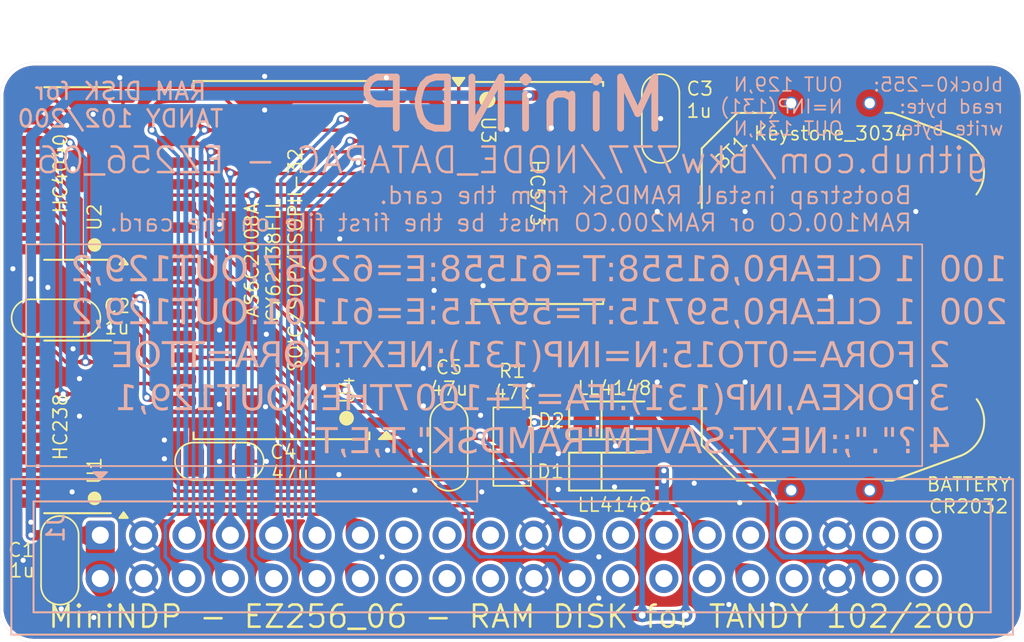
<source format=kicad_pcb>
(kicad_pcb (version 20241229) (generator "pcbnew") (generator_version "9.0")
  (title_block (title "MiniNDP") (date "2025-11-20") (rev "EZ256_06") (company "Brian K. White - b.kenyon.w@gmail.com") (comment 1 "github.com/bkw777/NODE_DATAPAC"))
  (layers (0 "F.Cu" signal) (2 "B.Cu" signal) (13 "F.Paste" user) (15 "B.Paste" user) (5 "F.SilkS" user "F.Silkscreen") (7 "B.SilkS" user "B.Silkscreen") (1 "F.Mask" user) (3 "B.Mask" user) (25 "Edge.Cuts" user))
  (net 0 "")
  (net 1 "GND")
  (net 2 "VMEM")
  (net 3 "VBUS")
  (net 4 "/AD0")
  (net 5 "/AD1")
  (net 6 "/AD2")
  (net 7 "/AD3")
  (net 8 "/AD4")
  (net 9 "/AD5")
  (net 10 "/AD6")
  (net 11 "/AD7")
  (net 12 "/A8")
  (net 13 "/A9")
  (net 14 "/~{RD}")
  (net 15 "/RAMRST")
  (net 16 "/~{Y0}")
  (net 17 "/(A)")
  (net 25 "/BYTE")
  (net 27 "/BUS_A10")
  (net 30 "/A5")
  (net 31 "/A6")
  (net 33 "/BLOCK")
  (net 34 "/A7")
  (net 35 "+BATT")
  (net 36 "/BUS_A8")
  (net 37 "/BUS_A9")
  (net 38 "/A0")
  (net 39 "/A1")
  (net 40 "/A2")
  (net 41 "/A3")
  (net 42 "/A4")
  (net 54 "/~{WR}")
  (net 56 "/A15")
  (net 57 "/A12")
  (net 58 "/A13")
  (net 59 "/A14")
  (net 60 "/A16")
  (net 61 "/A17")
  (net 62 "/A10")
  (net 63 "/A11")
  (footprint "000_LOCAL:pth_nail" (layer "F.Cu") (at 172.9 88.425)
    (property "Reference" "REF**" (hide yes))
    (property "Value" "pth_nail" (hide yes))
  )
  (footprint "000_LOCAL:C_1206" (layer "F.Cu") (at 125.45 115.230001 -90)
    (property "Reference" "C1")
    (property "Value" "1u")
  )
  (footprint "000_LOCAL:MiniNDP_Cover" (layer "F.Cu") (at 151.95 103.025)
    (property "Reference" "N1")
    (property "Value" "MiniNDP_Cover")
  )
  (footprint "000_LOCAL:Fiducial_0.75_1.5" (layer "F.Cu") (at 179.95 118.025)
    (property "Reference" "F2" (hide yes))
    (property "Value" "Fiducial_0.75_1.5" (hide yes))
  )
  (footprint "000_LOCAL:D_MiniMELF" (layer "F.Cu") (at 157.95 110.025)
    (property "Reference" "D1")
    (property "Value" "LL4148")
  )
  (footprint "000_LOCAL:TSOP-II-SOP-32_dual" (layer "F.Cu") (at 138.4372 97.626 180)
    (property "Reference" "U4")
    (property "Value" "AS6C2008A")
  )
  (footprint "000_LOCAL:C_1206" (layer "F.Cu") (at 148.25 108.549999 90)
    (property "Reference" "C5")
    (property "Value" "47u")
  )
  (footprint "000_LOCAL:Fiducial_0.75_1.5" (layer "F.Cu") (at 179.95 88.025 90)
    (property "Reference" "F2" (hide yes))
    (property "Value" "Fiducial_0.75_1.5" (hide yes))
  )
  (footprint "000_LOCAL:pth_nail" (layer "F.Cu") (at 172.9 111.125)
    (property "Reference" "REF**" (hide yes))
    (property "Value" "pth_nail" (hide yes))
  )
  (footprint "000_LOCAL:pth_nail" (layer "F.Cu") (at 168.3 88.425)
    (property "Reference" "REF**" (hide yes))
    (property "Value" "pth_nail" (hide yes))
  )
  (footprint "000_LOCAL:SOIC-20W_7.5x12.8mm_P1.27mm" (layer "F.Cu") (at 153.4222 93.688999)
    (property "Reference" "U3")
    (property "Value" "HC573")
  )
  (footprint "000_LOCAL:R_1206" (layer "F.Cu") (at 151.95 108.5625 90)
    (property "Reference" "R1")
    (property "Value" "47k")
  )
  (footprint "000_LOCAL:D_MiniMELF" (layer "F.Cu") (at 157.95 107.025)
    (property "Reference" "D2")
    (property "Value" "LL4148")
  )
  (footprint "000_LOCAL:C_1206" (layer "F.Cu") (at 160.65 89.325 -90)
    (property "Reference" "C3")
    (property "Value" "1u")
  )
  (footprint "000_LOCAL:Fiducial_0.75_1.5" (layer "F.Cu") (at 123.95 118.025)
    (property "Reference" "F3" (hide yes))
    (property "Value" "Fiducial_0.75_1.5" (hide yes))
  )
  (footprint "000_LOCAL:pth_nail" (layer "F.Cu") (at 168.3 111.125)
    (property "Reference" "REF**" (hide yes))
    (property "Value" "pth_nail" (hide yes))
  )
  (footprint "000_LOCAL:SOIC-16_3.9x9.9mm_P1.27mm" (layer "F.Cu") (at 126.485 107.405 180)
    (property "Reference" "U1")
    (property "Value" "HC238")
  )
  (footprint "000_LOCAL:Keystone_3028_3034" (layer "F.Cu") (at 170.6 99.775 90)
    (property "Reference" "BT1")
    (property "Value" "Keystone_3034")
  )
  (footprint "000_LOCAL:SOIC-16_3.9x9.9mm_P1.27mm" (layer "F.Cu") (at 126.485 92.546 180)
    (property "Reference" "U2")
    (property "Value" "HC4040")
  )
  (footprint "000_LOCAL:C_1206" (layer "F.Cu") (at 134.8 109.425)
    (property "Reference" "C4")
    (property "Value" "47u")
  )
  (footprint "000_LOCAL:C_1206" (layer "F.Cu") (at 125.225001 101.025)
    (property "Reference" "C2")
    (property "Value" "1u")
  )
  (footprint "000_LOCAL:IDC-Header_2x20_P2.54mm_Vertical" (layer "B.Cu") (at 127.82 113.755 -90)
    (property "Reference" "J1")
    (property "Value" "Conn_02x20_Odd_Even")
  )
  (gr_rect (start 159.951 109.975) (end 160.84 110.575) (stroke (width 0.6)) (fill yes) (layer "F.Cu") (net 3))
  (gr_rect (start 123.475 96.7) (end 175.975 109.7) (stroke (width 0.1)) (fill no) (layer "B.SilkS"))
  (gr_line (start 123.95 86.025) (end 179.95 86.025) (stroke (width 0.01)) (layer "Edge.Cuts"))
  (gr_line (start 179.95 120.025) (end 123.95 120.025) (stroke (width 0.01)) (layer "Edge.Cuts"))
  (gr_arc (start 179.95 86.024999) (mid 181.364214 86.610786) (end 181.950001 88.025) (stroke (width 0.01)) (layer "Edge.Cuts"))
  (gr_arc (start 123.95 120.025) (mid 122.535786 119.439214) (end 121.95 118.025) (stroke (width 0.01)) (layer "Edge.Cuts"))
  (gr_arc (start 181.950001 118.025) (mid 181.364214 119.439214) (end 179.95 120.025001) (stroke (width 0.01)) (layer "Edge.Cuts"))
  (gr_line (start 181.95 88.025) (end 181.95 118.025) (stroke (width 0.01)) (layer "Edge.Cuts"))
  (gr_arc (start 121.949999 88.025) (mid 122.535786 86.610786) (end 123.95 86.024999) (stroke (width 0.01)) (layer "Edge.Cuts"))
  (gr_line (start 121.95 118.025) (end 121.95 88.025) (stroke (width 0.01)) (layer "Edge.Cuts"))
  (gr_text "CY62138FLL\nSOIC/SOP/TSOPII-32" (at 137.5 97.625 90) (layer "F.SilkS") (effects (font (size 0.8 0.8) (thickness 0.1)) (justify top)))
  (gr_text "${TITLE} - ${REVISION} - RAM DISK for TANDY 102/200" (at 151.95 118.525 0) (layer "F.SilkS") (effects (font (size 1.3 1.3))))
  (gr_text "BATTERY\nCR2032" (at 178.7 111.425 0) (layer "F.SilkS") (effects (font (size 0.8 0.8) (thickness 0.1))))
  (gr_text "${TITLE}" (at 151.95 88.525 0) (layer "B.SilkS") (effects (font (size 3 3) (thickness 0.4)) (justify mirror)))
  (gr_text "${COMMENT1} - ${REVISION}" (at 151.95 91.775 0) (layer "B.SilkS") (effects (font (size 1.5 1.5)) (justify mirror)))
  (gr_text "100  1 CLEAR0,61558:T=61558:E=62957:OUT129,2\n200  1 CLEAR0,59715:T=59715:E=61101:OUT129,2\n     2 FORA=0TO15:N=INP(131):NEXT:FORA=TTOE\n     3 POKEA,INP(131):IFA=T+1007THENOUT129,1\n     4 ?{dblquote}.{dblquote};:NEXT:SAVEM{dblquote}RAMDSK{dblquote},T,E,T" (at 180.975 109.2 0) (layer "B.SilkS") (effects (font (size 1.5 1.5) (thickness 0.1)) (justify left bottom mirror)))
  (gr_text "Bootstrap install RAMDSK from the card.\nRAM100.CO or RAM200.CO must be the first file on the card." (at 175.45 96.025 0) (layer "B.SilkS") (effects (font (size 1 1) (thickness 0.12)) (justify left bottom mirror)))
  (gr_text "block0-255:	OUT 129,N\nread byte:	N=INP(131)\nwrite byte:	OUT 131,N" (at 180.8 88.625 0) (layer "B.SilkS") (effects (font (size 0.8 0.8) (thickness 0.1)) (justify left mirror)))
  (gr_text "RAM DISK for\nTANDY 102/200" (at 129 88.525 0) (layer "B.SilkS") (effects (font (size 1 1)) (justify mirror)))
  (via (at 134.8 106.075) (size 0.5) (drill 0.3) (layers "F.Cu" "B.Cu") (net 1))
  (via (at 128.375 101.55) (size 0.5) (drill 0.3) (layers "F.Cu" "B.Cu") (net 1))
  (via (at 150.1 106.725) (size 0.5) (drill 0.3) (layers "F.Cu" "B.Cu") (net 1))
  (via (at 154.25 89.875) (size 0.5) (drill 0.3) (layers "F.Cu" "B.Cu") (net 1))
  (via (at 124.75 99.225) (size 0.5) (drill 0.3) (layers "F.Cu" "B.Cu") (net 1))
  (via (at 146.55 108.775) (size 0.5) (drill 0.3) (layers "F.Cu" "B.Cu") (net 1))
  (via (at 170.6 99.775) (size 0.5) (drill 0.3) (layers "F.Cu" "B.Cu") (net 1))
  (via (at 165.6 94.775) (size 0.5) (drill 0.3) (layers "F.Cu" "B.Cu") (net 1))
  (via (at 128.963 86.9326) (size 0.5) (drill 0.3) (layers "F.Cu" "B.Cu") (net 1))
  (via (at 146.25 111.125) (size 0.5) (drill 0.3) (layers "F.Cu" "B.Cu") (net 1))
  (via (at 175.6 94.775) (size 0.5) (drill 0.3) (layers "F.Cu" "B.Cu") (net 1))
  (via (at 154.65 108.975) (size 0.5) (drill 0.3) (layers "F.Cu" "B.Cu") (net 1))
  (via (at 165.285 111.85) (size 0.5) (drill 0.3) (layers "F.Cu" "B.Cu") (net 1))
  (via (at 162.618 110.707) (size 0.5) (drill 0.3) (layers "F.Cu" "B.Cu") (net 1))
  (via (at 146.75 106.175) (size 0.5) (drill 0.3) (layers "F.Cu" "B.Cu") (net 1))
  (via (at 144.33 115.025) (size 0.5) (drill 0.3) (layers "F.Cu" "B.Cu") (net 1))
  (via (at 126.6 106.775) (size 0.5) (drill 0.3) (layers "F.Cu" "B.Cu") (net 1))
  (via (at 134.8 109.425) (size 0.5) (drill 0.3) (layers "F.Cu" "B.Cu") (net 1))
  (via (at 164.65 117.819) (size 0.5) (drill 0.3) (layers "F.Cu" "B.Cu") (net 1))
  (via (at 137.55 96.356) (size 0.5) (drill 0.3) (layers "F.Cu" "B.Cu") (net 1))
  (via (at 167.19 117.819) (size 0.5) (drill 0.3) (layers "F.Cu" "B.Cu") (net 1))
  (via (at 125.534 118.073) (size 0.5) (drill 0.3) (layers "F.Cu" "B.Cu") (net 1))
  (via (at 122.7 98.134) (size 0.5) (drill 0.3) (layers "F.Cu" "B.Cu") (net 1))
  (via (at 137.45 88.825) (size 0.5) (drill 0.3) (layers "F.Cu" "B.Cu") (net 1))
  (via (at 150.172 111.215) (size 0.5) (drill 0.3) (layers "F.Cu" "B.Cu") (net 1))
  (via (at 158 108.525) (size 0.5) (drill 0.3) (layers "F.Cu" "B.Cu") (net 1))
  (via (at 165.6 104.775) (size 0.5) (drill 0.3) (layers "F.Cu" "B.Cu") (net 1))
  (via (at 126.225 102.825) (size 0.5) (drill 0.3) (layers "F.Cu" "B.Cu") (net 1))
  (via (at 157.03 115.025) (size 0.5) (drill 0.3) (layers "F.Cu" "B.Cu") (net 1))
  (via (at 151.65 89.975) (size 0.5) (drill 0.3) (layers "F.Cu" "B.Cu") (net 1))
  (via (at 123.3 115.225) (size 0.5) (drill 0.3) (layers "F.Cu" "B.Cu") (net 1))
  (via (at 141.85 96.375) (size 0.5) (drill 0.3) (layers "F.Cu" "B.Cu") (net 1))
  (via (at 126.169 111.215) (size 0.5) (drill 0.3) (layers "F.Cu" "B.Cu") (net 1))
  (via (at 137.55 109.425) (size 0.5) (drill 0.3) (layers "F.Cu" "B.Cu") (net 1))
  (via (at 140.901 105.119) (size 0.5) (drill 0.3) (layers "F.Cu" "B.Cu") (net 1))
  (via (at 160.45 104.775) (size 0.5) (drill 0.3) (layers "F.Cu" "B.Cu") (net 1))
  (via (at 126.225 92.275) (size 0.5) (drill 0.3) (layers "F.Cu" "B.Cu") (net 1))
  (via (at 137.5 106.225) (size 0.5) (drill 0.3) (layers "F.Cu" "B.Cu") (net 1))
  (via (at 152.95 104.975) (size 0.5) (drill 0.3) (layers "F.Cu" "B.Cu") (net 1))
  (via (at 127.439 118.581) (size 0.5) (drill 0.3) (layers "F.Cu" "B.Cu") (net 1))
  (via (at 154.65 111.075) (size 0.5) (drill 0.3) (layers "F.Cu" "B.Cu") (net 1))
  (via (at 144.584 86.9326) (size 0.5) (drill 0.3) (layers "F.Cu" "B.Cu") (net 1))
  (via (at 131.575 109.275) (size 0.5) (drill 0.3) (layers "F.Cu" "B.Cu") (net 1))
  (via (at 137.55 101.975) (size 0.5) (drill 0.3) (layers "F.Cu" "B.Cu") (net 1))
  (via (at 144.65 108.775) (size 0.5) (drill 0.3) (layers "F.Cu" "B.Cu") (net 1))
  (via (at 141.8 110.199) (size 0.5) (drill 0.3) (layers "F.Cu" "B.Cu") (net 1))
  (via (at 147.378 99.404) (size 0.5) (drill 0.3) (layers "F.Cu" "B.Cu") (net 1))
  (via (at 131.575 108.175) (size 0.5) (drill 0.3) (layers "F.Cu" "B.Cu") (net 1))
  (via (at 127.4 89.075) (size 0.5) (drill 0.3) (layers "F.Cu" "B.Cu") (net 1))
  (via (at 134.805 101.725) (size 0.5) (drill 0.3) (layers "F.Cu" "B.Cu") (net 1))
  (via (at 157.03 117.438) (size 0.5) (drill 0.3) (layers "F.Cu" "B.Cu") (net 1))
  (via (at 160.45 94.775) (size 0.5) (drill 0.3) (layers "F.Cu" "B.Cu") (net 1))
  (via (at 125.85 89.725) (size 0.5) (drill 0.3) (layers "F.Cu" "B.Cu") (net 1))
  (via (at 157.95 110.925) (size 0.5) (drill 0.3) (layers "F.Cu" "B.Cu") (net 1))
  (via (at 160.65 89.325) (size 0.5) (drill 0.3) (layers "F.Cu" "B.Cu") (net 1))
  (via (at 175.6 104.775) (size 0.5) (drill 0.3) (layers "F.Cu" "B.Cu") (net 1))
  (via (at 150.25 99.125) (size 0.5) (drill 0.3) (layers "F.Cu" "B.Cu") (net 1))
  (via (at 134.8 95.525) (size 0.5) (drill 0.3) (layers "F.Cu" "B.Cu") (net 1))
  (via (at 126.6 104.575) (size 0.5) (drill 0.3) (layers "F.Cu" "B.Cu") (net 1))
  (via (at 137.45 86.85) (size 0.5) (drill 0.3) (layers "F.Cu" "B.Cu") (net 1))
  (via (at 146.743 103.976) (size 0.5) (drill 0.3) (layers "F.Cu" "B.Cu") (net 1))
  (segment (start 133.325 107.151) (end 133.325 109.425) (width 0.6) (layer "F.Cu") (net 2))
  (segment (start 144.55 110.025) (end 148.25 110.025) (width 0.6) (layer "F.Cu") (net 2))
  (segment (start 156.2 110.025) (end 156.2 107.025) (width 0.6) (layer "F.Cu") (net 2))
  (segment (start 137.676 107.151) (end 139.6 109.075) (width 0.6) (layer "F.Cu") (net 2))
  (segment (start 139.6 109.075) (end 143.6 109.075) (width 0.6) (layer "F.Cu") (net 2))
  (segment (start 132.2904 107.151) (end 133.325 107.151) (width 0.6) (layer "F.Cu") (net 2))
  (segment (start 132.2904 107.151) (end 137.676 107.151) (width 0.6) (layer "F.Cu") (net 2))
  (segment (start 148.25 110.025) (end 151.95 110.025) (width 0.6) (layer "F.Cu") (net 2))
  (segment (start 151.95 110.025) (end 156.2 110.025) (width 0.6) (layer "F.Cu") (net 2))
  (segment (start 143.6 109.075) (end 144.55 110.025) (width 0.6) (layer "F.Cu") (net 2))
  (segment (start 152.966 87.974) (end 158.122199 87.974) (width 0.6) (layer "F.Cu") (net 3))
  (segment (start 127.82 117.057) (end 129.218 118.455) (width 0.6) (layer "F.Cu") (net 3))
  (segment (start 159.569 118.455) (end 159.57 118.454) (width 0.6) (layer "F.Cu") (net 3))
  (segment (start 123.756 113.755) (end 125.45 113.755) (width 0.6) (layer "F.Cu") (net 3))
  (segment (start 129.218 118.455) (end 159.569 118.455) (width 0.6) (layer "F.Cu") (net 3))
  (segment (start 123.756 113.755) (end 123.756 112.993) (width 0.6) (layer "F.Cu") (net 3))
  (segment (start 123.756 112.993) (end 123.756 111.912) (width 0.6) (layer "F.Cu") (net 3))
  (segment (start 158.122199 87.974) (end 158.1222 87.973999) (width 0.6) (layer "F.Cu") (net 3))
  (segment (start 127.82 116.295) (end 127.82 117.057) (width 0.6) (layer "F.Cu") (net 3))
  (segment (start 158.1222 87.973999) (end 160.526 87.973999) (width 0.6) (layer "F.Cu") (net 3))
  (segment (start 159.57 118.454) (end 162.11 118.454) (width 0.6) (layer "F.Cu") (net 3))
  (segment (start 123.756 98.725) (end 123.756 101.019) (width 0.6) (layer "F.Cu") (net 3))
  (segment (start 123.756 111.912) (end 123.818 111.85) (width 0.6) (layer "F.Cu") (net 3))
  (segment (start 160.526 87.973999) (end 160.65 87.849999) (width 0.6) (layer "F.Cu") (net 3))
  (segment (start 123.756 97.053) (end 123.818 96.991) (width 0.6) (layer "F.Cu") (net 3))
  (segment (start 123.756 101.019) (end 123.75 101.025) (width 0.6) (layer "F.Cu") (net 3))
  (segment (start 127.82 116.295) (end 127.82 113.755) (width 1.7) (layer "F.Cu") (net 3))
  (segment (start 125.45 113.755) (end 127.82 113.755) (width 0.8) (layer "F.Cu") (net 3))
  (segment (start 123.756 98.725) (end 123.756 97.053) (width 0.6) (layer "F.Cu") (net 3))
  (via (at 160.84 109.975) (size 0.6) (drill 0.3) (layers "F.Cu" "B.Cu") (net 3))
  (via (at 123.756 112.993) (size 0.6) (drill 0.3) (layers "F.Cu" "B.Cu") (net 3))
  (via (at 160.84 110.575) (size 0.6) (drill 0.3) (layers "F.Cu" "B.Cu") (net 3))
  (via (at 152.966 87.974) (size 0.6) (drill 0.3) (layers "F.Cu" "B.Cu") (net 3))
  (via (at 162.11 118.454) (size 0.8) (drill 0.4) (layers "F.Cu" "B.Cu") (net 3))
  (via (at 123.756 113.755) (size 0.6) (drill 0.3) (layers "F.Cu" "B.Cu") (net 3))
  (via (at 123.756 98.725) (size 0.6) (drill 0.3) (layers "F.Cu" "B.Cu") (net 3))
  (via (at 159.57 118.454) (size 0.8) (drill 0.4) (layers "F.Cu" "B.Cu") (net 3))
  (segment (start 162.11 112.993) (end 162.11 118.454) (width 0.3) (layer "B.Cu") (net 3))
  (segment (start 160.84 112.065) (end 161.182 112.065) (width 0.3) (layer "B.Cu") (net 3))
  (segment (start 126.169 87.974) (end 152.966 87.974) (width 0.6) (layer "B.Cu") (net 3))
  (segment (start 123.756 98.725) (end 123.756 90.387) (width 0.6) (layer "B.Cu") (net 3))
  (segment (start 123.756 90.387) (end 126.169 87.974) (width 0.6) (layer "B.Cu") (net 3))
  (segment (start 159.57 118.454) (end 162.11 118.454) (width 0.6) (layer "B.Cu") (net 3))
  (segment (start 161.182 112.065) (end 162.11 112.993) (width 0.3) (layer "B.Cu") (net 3))
  (segment (start 160.498 112.065) (end 159.57 112.993) (width 0.3) (layer "B.Cu") (net 3))
  (segment (start 160.84 112.065) (end 160.498 112.065) (width 0.3) (layer "B.Cu") (net 3))
  (segment (start 159.57 112.993) (end 159.57 118.454) (width 0.3) (layer "B.Cu") (net 3))
  (segment (start 123.756 112.993) (end 123.756 98.725) (width 0.6) (layer "B.Cu") (net 3))
  (segment (start 160.84 112.065) (end 160.84 109.975) (width 0.6) (layer "B.Cu") (net 3))
  (segment (start 123.756 113.755) (end 123.756 112.993) (width 0.6) (layer "B.Cu") (net 3))
  (segment (start 130.741 89.9044) (end 130.741 88.8122) (width 0.2) (layer "F.Cu") (net 4))
  (segment (start 135.076 88.101) (end 136.45 89.475) (width 0.2) (layer "F.Cu") (net 4))
  (segment (start 136.45 89.475) (end 138.45 89.475) (width 0.2) (layer "F.Cu") (net 4))
  (segment (start 132.2904 88.101) (end 135.076 88.101) (width 0.2) (layer "F.Cu") (net 4))
  (segment (start 130.8426 90.006) (end 130.741 89.9044) (width 0.2) (layer "F.Cu") (net 4))
  (segment (start 131.4522 88.101) (end 132.2904 88.101) (width 0.2) (layer "F.Cu") (net 4))
  (segment (start 148.619001 89.0408) (end 148.8222 89.243999) (width 0.2) (layer "F.Cu") (net 4))
  (segment (start 138.45 89.475) (end 139.189 88.736) (width 0.2) (layer "F.Cu") (net 4))
  (segment (start 139.189 88.736) (end 146.997 88.736) (width 0.2) (layer "F.Cu") (net 4))
  (segment (start 146.997 88.736) (end 147.3018 89.0408) (width 0.2) (layer "F.Cu") (net 4))
  (segment (start 130.741 88.8122) (end 131.4522 88.101) (width 0.2) (layer "F.Cu") (net 4))
  (segment (start 147.3018 89.0408) (end 148.619001 89.0408) (width 0.2) (layer "F.Cu") (net 4))
  (via (at 130.8426 90.006) (size 0.5) (drill 0.3) (layers "F.Cu" "B.Cu") (net 4))
  (segment (start 132.392 112.358) (end 131.63 113.12) (width 0.2) (layer "B.Cu") (net 4))
  (segment (start 131.63 115.025) (end 132.9 116.295) (width 0.2) (layer "B.Cu") (net 4))
  (segment (start 132.392 91.5554) (end 132.392 112.358) (width 0.2) (layer "B.Cu") (net 4))
  (segment (start 131.63 113.12) (end 131.63 115.025) (width 0.2) (layer "B.Cu") (net 4))
  (segment (start 130.8426 90.006) (end 132.392 91.5554) (width 0.2) (layer "B.Cu") (net 4))
  (segment (start 148.663201 91.625) (end 148.8222 91.783999) (width 0.2) (layer "F.Cu") (net 5))
  (segment (start 133.916 90.006) (end 133.4842 89.5742) (width 0.2) (layer "F.Cu") (net 5))
  (segment (start 146.1855 90.006) (end 147.8045 91.625) (width 0.2) (layer "F.Cu") (net 5))
  (segment (start 133.916 90.006) (end 146.1855 90.006) (width 0.2) (layer "F.Cu") (net 5))
  (segment (start 133.4842 89.5742) (end 132.4936 89.5742) (width 0.2) (layer "F.Cu") (net 5))
  (segment (start 147.8045 91.625) (end 148.663201 91.625) (width 0.2) (layer "F.Cu") (net 5))
  (segment (start 132.4936 89.5742) (end 132.2904 89.371) (width 0.2) (layer "F.Cu") (net 5))
  (via (at 133.916 90.006) (size 0.5) (drill 0.3) (layers "F.Cu" "B.Cu") (net 5))
  (segment (start 133.916 90.006) (end 133.281 90.641) (width 0.2) (layer "B.Cu") (net 5))
  (segment (start 133.281 113.374) (end 132.9 113.755) (width 0.2) (layer "B.Cu") (net 5))
  (segment (start 133.281 90.641) (end 133.281 113.374) (width 0.2) (layer "B.Cu") (net 5))
  (segment (start 134.3 91.276) (end 145.981 91.276) (width 0.2) (layer "F.Cu") (net 6))
  (segment (start 147.709 94.125) (end 148.623201 94.125) (width 0.2) (layer "F.Cu") (net 6))
  (segment (start 133.849 90.825) (end 132.4744 90.825) (width 0.2) (layer "F.Cu") (net 6))
  (segment (start 147.1 92.395) (end 147.1 92.8522) (width 0.2) (layer "F.Cu") (net 6))
  (segment (start 148.623201 94.125) (end 148.8222 94.323999) (width 0.2) (layer "F.Cu") (net 6))
  (segment (start 132.4744 90.825) (end 132.2904 90.641) (width 0.2) (layer "F.Cu") (net 6))
  (segment (start 147.6 93.3522) (end 147.6 94.016) (width 0.2) (layer "F.Cu") (net 6))
  (segment (start 145.981 91.276) (end 147.1 92.395) (width 0.2) (layer "F.Cu") (net 6))
  (segment (start 147.6 94.016) (end 147.709 94.125) (width 0.2) (layer "F.Cu") (net 6))
  (segment (start 147.1 92.8522) (end 147.6 93.3522) (width 0.2) (layer "F.Cu") (net 6))
  (segment (start 134.3 91.276) (end 133.849 90.825) (width 0.2) (layer "F.Cu") (net 6))
  (via (at 134.3 91.276) (size 0.5) (drill 0.3) (layers "F.Cu" "B.Cu") (net 6))
  (segment (start 134.3 91.276) (end 134.17 91.406) (width 0.2) (layer "B.Cu") (net 6))
  (segment (start 134.17 91.406) (end 134.17 115.025) (width 0.2) (layer "B.Cu") (net 6))
  (segment (start 134.17 115.025) (end 135.44 116.295) (width 0.2) (layer "B.Cu") (net 6))
  (segment (start 135.44 92.525) (end 134.826 91.911) (width 0.2) (layer "F.Cu") (net 7))
  (segment (start 146.109 92.804) (end 146.109 93.2836) (width 0.2) (layer "F.Cu") (net 7))
  (segment (start 147.75 96.675) (end 148.633201 96.675) (width 0.2) (layer "F.Cu") (net 7))
  (segment (start 146.109 93.2836) (end 146.6 93.7746) (width 0.2) (layer "F.Cu") (net 7))
  (segment (start 148.633201 96.675) (end 148.8222 96.863999) (width 0.2) (layer "F.Cu") (net 7))
  (segment (start 134.826 91.911) (end 132.2904 91.911) (width 0.2) (layer "F.Cu") (net 7))
  (segment (start 135.461 92.546) (end 145.851 92.546) (width 0.2) (layer "F.Cu") (net 7))
  (segment (start 146.6 93.7746) (end 146.6 95.525) (width 0.2) (layer "F.Cu") (net 7))
  (segment (start 146.6 95.525) (end 147.75 96.675) (width 0.2) (layer "F.Cu") (net 7))
  (segment (start 145.851 92.546) (end 146.109 92.804) (width 0.2) (layer "F.Cu") (net 7))
  (segment (start 135.44 92.525) (end 135.461 92.546) (width 0.2) (layer "F.Cu") (net 7))
  (via (at 135.44 92.525) (size 0.5) (drill 0.3) (layers "F.Cu" "B.Cu") (net 7))
  (segment (start 135.44 92.525) (end 135.44 113.755) (width 0.2) (layer "B.Cu") (net 7))
  (segment (start 147.25 97.325) (end 147.9 97.975) (width 0.2) (layer "F.Cu") (net 8))
  (segment (start 134.941 93.825) (end 134.297 93.181) (width 0.2) (layer "F.Cu") (net 8))
  (segment (start 136.71 93.825) (end 136.719 93.816) (width 0.2) (layer "F.Cu") (net 8))
  (segment (start 145.9 93.816) (end 146.109 94.025) (width 0.2) (layer "F.Cu") (net 8))
  (segment (start 147.9 97.975) (end 148.663201 97.975) (width 0.2) (layer "F.Cu") (net 8))
  (segment (start 146.109 95.734) (end 147.25 96.875) (width 0.2) (layer "F.Cu") (net 8))
  (segment (start 147.25 96.875) (end 147.25 97.325) (width 0.2) (layer "F.Cu") (net 8))
  (segment (start 134.297 93.181) (end 132.2904 93.181) (width 0.2) (layer "F.Cu") (net 8))
  (segment (start 148.663201 97.975) (end 148.8222 98.133999) (width 0.2) (layer "F.Cu") (net 8))
  (segment (start 146.109 94.025) (end 146.109 95.734) (width 0.2) (layer "F.Cu") (net 8))
  (segment (start 136.719 93.816) (end 145.9 93.816) (width 0.2) (layer "F.Cu") (net 8))
  (segment (start 136.71 93.825) (end 134.941 93.825) (width 0.2) (layer "F.Cu") (net 8))
  (via (at 136.71 93.825) (size 0.5) (drill 0.3) (layers "F.Cu" "B.Cu") (net 8))
  (segment (start 136.71 93.825) (end 136.71 115.025) (width 0.2) (layer "B.Cu") (net 8))
  (segment (start 136.71 115.025) (end 137.98 116.295) (width 0.2) (layer "B.Cu") (net 8))
  (segment (start 144.6094 89.371) (end 144.8134 89.575) (width 0.2) (layer "F.Cu") (net 9))
  (segment (start 141.95 89.371) (end 144.6094 89.371) (width 0.2) (layer "F.Cu") (net 9))
  (segment (start 144.8134 89.575) (end 146.5914 89.575) (width 0.2) (layer "F.Cu") (net 9))
  (segment (start 147.3414 90.325) (end 148.633201 90.325) (width 0.2) (layer "F.Cu") (net 9))
  (segment (start 146.5914 89.575) (end 147.3414 90.325) (width 0.2) (layer "F.Cu") (net 9))
  (segment (start 148.633201 90.325) (end 148.8222 90.513999) (width 0.2) (layer "F.Cu") (net 9))
  (via (at 141.95 89.371) (size 0.5) (drill 0.3) (layers "F.Cu" "B.Cu") (net 9))
  (segment (start 138.4 92.921) (end 138.4 113.335) (width 0.2) (layer "B.Cu") (net 9))
  (segment (start 141.95 89.371) (end 138.4 92.921) (width 0.2) (layer "B.Cu") (net 9))
  (segment (start 138.4 113.335) (end 137.98 113.755) (width 0.2) (layer "B.Cu") (net 9))
  (segment (start 142.45 90.641) (end 144.6094 90.641) (width 0.2) (layer "F.Cu") (net 10))
  (segment (start 144.6094 90.641) (end 144.7934 90.825) (width 0.2) (layer "F.Cu") (net 10))
  (segment (start 147.908 92.875) (end 148.643201 92.875) (width 0.2) (layer "F.Cu") (net 10))
  (segment (start 147.6 92.567) (end 147.908 92.875) (width 0.2) (layer "F.Cu") (net 10))
  (segment (start 146.2666 90.825) (end 147.6 92.1584) (width 0.2) (layer "F.Cu") (net 10))
  (segment (start 148.643201 92.875) (end 148.8222 93.053999) (width 0.2) (layer "F.Cu") (net 10))
  (segment (start 144.7934 90.825) (end 146.2666 90.825) (width 0.2) (layer "F.Cu") (net 10))
  (segment (start 147.6 92.1584) (end 147.6 92.567) (width 0.2) (layer "F.Cu") (net 10))
  (via (at 142.45 90.641) (size 0.5) (drill 0.3) (layers "F.Cu" "B.Cu") (net 10))
  (segment (start 139.25 93.841) (end 139.25 115.025) (width 0.2) (layer "B.Cu") (net 10))
  (segment (start 139.25 115.025) (end 140.52 116.295) (width 0.2) (layer "B.Cu") (net 10))
  (segment (start 142.45 90.641) (end 139.25 93.841) (width 0.2) (layer "B.Cu") (net 10))
  (segment (start 142.933 91.911) (end 144.6094 91.911) (width 0.2) (layer "F.Cu") (net 11))
  (segment (start 146.6 92.6062) (end 146.6 93.0655) (width 0.2) (layer "F.Cu") (net 11))
  (segment (start 144.6094 91.911) (end 144.7734 92.075) (width 0.2) (layer "F.Cu") (net 11))
  (segment (start 146.0688 92.075) (end 146.6 92.6062) (width 0.2) (layer "F.Cu") (net 11))
  (segment (start 147.1 94.775) (end 147.75 95.425) (width 0.2) (layer "F.Cu") (net 11))
  (segment (start 144.7734 92.075) (end 146.0688 92.075) (width 0.2) (layer "F.Cu") (net 11))
  (segment (start 146.6 93.0655) (end 147.1 93.5655) (width 0.2) (layer "F.Cu") (net 11))
  (segment (start 148.653201 95.425) (end 148.8222 95.593999) (width 0.2) (layer "F.Cu") (net 11))
  (segment (start 147.75 95.425) (end 148.653201 95.425) (width 0.2) (layer "F.Cu") (net 11))
  (segment (start 147.1 93.5655) (end 147.1 94.775) (width 0.2) (layer "F.Cu") (net 11))
  (via (at 142.933 91.911) (size 0.5) (drill 0.3) (layers "F.Cu" "B.Cu") (net 11))
  (segment (start 140.1 94.744) (end 140.1 113.335) (width 0.2) (layer "B.Cu") (net 11))
  (segment (start 142.933 91.911) (end 140.1 94.744) (width 0.2) (layer "B.Cu") (net 11))
  (segment (start 140.1 113.335) (end 140.52 113.755) (width 0.2) (layer "B.Cu") (net 11))
  (segment (start 124.7 92.075) (end 123.982 92.075) (width 0.2) (layer "F.Cu") (net 12))
  (segment (start 123.982 92.075) (end 123.818 91.911) (width 0.2) (layer "F.Cu") (net 12))
  (segment (start 131.496 102.071) (end 126.7 97.275) (width 0.2) (layer "F.Cu") (net 12))
  (segment (start 126.7 97.275) (end 126.7 94.075) (width 0.2) (layer "F.Cu") (net 12))
  (segment (start 132.2904 102.071) (end 131.496 102.071) (width 0.2) (layer "F.Cu") (net 12))
  (segment (start 126.7 94.075) (end 124.7 92.075) (width 0.2) (layer "F.Cu") (net 12))
  (segment (start 124.676 94.451) (end 123.818 94.451) (width 0.2) (layer "F.Cu") (net 13))
  (segment (start 125.8 95.575) (end 124.676 94.451) (width 0.2) (layer "F.Cu") (net 13))
  (segment (start 125.8 97.675) (end 125.8 95.575) (width 0.2) (layer "F.Cu") (net 13))
  (segment (start 130.25 103.1772) (end 130.25 102.125) (width 0.2) (layer "F.Cu") (net 13))
  (segment (start 136.951 103.976) (end 131.0488 103.976) (width 0.2) (layer "F.Cu") (net 13))
  (segment (start 144.584 107.151) (end 140.126 107.151) (width 0.2) (layer "F.Cu") (net 13))
  (segment (start 131.0488 103.976) (end 130.25 103.1772) (width 0.2) (layer "F.Cu") (net 13))
  (segment (start 140.126 107.151) (end 136.951 103.976) (width 0.2) (layer "F.Cu") (net 13))
  (segment (start 130.25 102.125) (end 125.8 97.675) (width 0.2) (layer "F.Cu") (net 13))
  (segment (start 134.1192 97.1942) (end 132.4936 97.1942) (width 0.2) (layer "F.Cu") (net 14))
  (segment (start 132.4936 97.1942) (end 132.2904 96.991) (width 0.2) (layer "F.Cu") (net 14))
  (segment (start 142.175 105.25) (end 134.1192 97.1942) (width 0.2) (layer "F.Cu") (net 14))
  (via (at 142.175 105.25) (size 0.5) (drill 0.3) (layers "F.Cu" "B.Cu") (net 14))
  (segment (start 149.41 112.485) (end 149.41 114.39) (width 0.2) (layer "B.Cu") (net 14))
  (segment (start 149.41 114.39) (end 150.045 115.025) (width 0.2) (layer "B.Cu") (net 14))
  (segment (start 150.045 115.025) (end 154.45825 115.025) (width 0.2) (layer "B.Cu") (net 14))
  (segment (start 155.72825 116.295) (end 155.76 116.295) (width 0.2) (layer "B.Cu") (net 14))
  (segment (start 142.175 105.25) (end 149.41 112.485) (width 0.2) (layer "B.Cu") (net 14))
  (segment (start 154.45825 115.025) (end 155.72825 116.295) (width 0.2) (layer "B.Cu") (net 14))
  (segment (start 143.06 105.246) (end 134.043 96.229) (width 0.2) (layer "F.Cu") (net 15))
  (segment (start 134.043 96.229) (end 134.043 95.368) (width 0.2) (layer "F.Cu") (net 15))
  (segment (start 150.096 105.246) (end 143.06 105.246) (width 0.2) (layer "F.Cu") (net 15))
  (segment (start 152 107.15) (end 150.096 105.246) (width 0.2) (layer "F.Cu") (net 15))
  (segment (start 153.25 107.15) (end 152 107.15) (width 0.2) (layer "F.Cu") (net 15))
  (segment (start 134.043 95.368) (end 133.3292 94.6542) (width 0.2) (layer "F.Cu") (net 15))
  (segment (start 132.4936 94.6542) (end 132.2904 94.451) (width 0.2) (layer "F.Cu") (net 15))
  (segment (start 133.3292 94.6542) (end 132.4936 94.6542) (width 0.2) (layer "F.Cu") (net 15))
  (via (at 153.25 107.15) (size 0.5) (drill 0.3) (layers "F.Cu" "B.Cu") (net 15))
  (segment (start 167.19 111.723) (end 167.19 114.39) (width 0.3) (layer "B.Cu") (net 15))
  (segment (start 153.25 107.15) (end 162.617 107.15) (width 0.3) (layer "B.Cu") (net 15))
  (segment (start 167.19 114.39) (end 167.825 115.025) (width 0.3) (layer "B.Cu") (net 15))
  (segment (start 167.825 115.025) (end 172.27 115.025) (width 0.3) (layer "B.Cu") (net 15))
  (segment (start 172.27 115.025) (end 173.54 116.295) (width 0.3) (layer "B.Cu") (net 15))
  (segment (start 162.617 107.15) (end 167.19 111.723) (width 0.3) (layer "B.Cu") (net 15))
  (segment (start 162.1 112.475) (end 143.1 112.475) (width 0.2) (layer "F.Cu") (net 16))
  (segment (start 132.03625 111.625) (end 130.25 109.83875) (width 0.2) (layer "F.Cu") (net 16))
  (segment (start 163.38 113.755) (end 162.1 112.475) (width 0.2) (layer "F.Cu") (net 16))
  (segment (start 130.25 109.83875) (end 130.25 108.565) (width 0.2) (layer "F.Cu") (net 16))
  (segment (start 129.852 108.167) (end 129.279 108.167) (width 0.2) (layer "F.Cu") (net 16))
  (segment (start 143.1 112.475) (end 142.25 111.625) (width 0.2) (layer "F.Cu") (net 16))
  (segment (start 129.279 108.167) (end 129.152 108.04) (width 0.2) (layer "F.Cu") (net 16))
  (segment (start 130.25 108.565) (end 129.852 108.167) (width 0.2) (layer "F.Cu") (net 16))
  (segment (start 142.25 111.625) (end 132.03625 111.625) (width 0.2) (layer "F.Cu") (net 16))
  (segment (start 143.3 112.025) (end 142.45 111.175) (width 0.2) (layer "F.Cu") (net 17))
  (segment (start 142.45 111.175) (end 132.225 111.175) (width 0.2) (layer "F.Cu") (net 17))
  (segment (start 129.475 105.5) (end 129.152 105.5) (width 0.2) (layer "F.Cu") (net 17))
  (segment (start 132.225 111.175) (end 130.75 109.7) (width 0.2) (layer "F.Cu") (net 17))
  (segment (start 130.25 106.275) (end 129.475 105.5) (width 0.2) (layer "F.Cu") (net 17))
  (segment (start 130.75 109.7) (end 130.75 108.375) (width 0.2) (layer "F.Cu") (net 17))
  (segment (start 130.25 107.875) (end 130.25 106.275) (width 0.2) (layer "F.Cu") (net 17))
  (segment (start 163.555 112.025) (end 143.3 112.025) (width 0.2) (layer "F.Cu") (net 17))
  (segment (start 164.65 115.025) (end 164.65 113.12) (width 0.2) (layer "F.Cu") (net 17))
  (segment (start 164.65 113.12) (end 163.555 112.025) (width 0.2) (layer "F.Cu") (net 17))
  (segment (start 165.92 116.295) (end 164.65 115.025) (width 0.2) (layer "F.Cu") (net 17))
  (segment (start 130.75 108.375) (end 130.25 107.875) (width 0.2) (layer "F.Cu") (net 17))
  (segment (start 126.951 103.595) (end 125.795 103.595) (width 0.2) (layer "F.Cu") (net 25))
  (segment (start 130.0044 103.595) (end 130.8344 104.425) (width 0.2) (layer "F.Cu") (net 25))
  (segment (start 125.795 103.595) (end 125.16 102.96) (width 0.2) (layer "F.Cu") (net 25))
  (segment (start 132.1044 104.425) (end 132.2904 104.611) (width 0.2) (layer "F.Cu") (net 25))
  (segment (start 124.8744 89.575) (end 124.022 89.575) (width 0.2) (layer "F.Cu") (net 25))
  (segment (start 125.16 102.96) (end 123.818 102.96) (width 0.2) (layer "F.Cu") (net 25))
  (segment (start 124.022 89.575) (end 123.818 89.371) (width 0.2) (layer "F.Cu") (net 25))
  (segment (start 130.8344 104.425) (end 132.1044 104.425) (width 0.2) (layer "F.Cu") (net 25))
  (segment (start 126.05 90.7506) (end 124.8744 89.575) (width 0.2) (layer "F.Cu") (net 25))
  (segment (start 126.951 103.595) (end 130.0044 103.595) (width 0.2) (layer "F.Cu") (net 25))
  (via (at 126.05 90.7506) (size 0.5) (drill 0.3) (layers "F.Cu" "B.Cu") (net 25))
  (via (at 126.951 103.595) (size 0.5) (drill 0.3) (layers "F.Cu" "B.Cu") (net 25))
  (segment (start 126.951 103.595) (end 126.951 91.6516) (width 0.2) (layer "B.Cu") (net 25))
  (segment (start 126.951 91.6516) (end 126.05 90.7506) (width 0.2) (layer "B.Cu") (net 25))
  (segment (start 129.6488 95.721) (end 129.152 95.721) (width 0.2) (layer "F.Cu") (net 30))
  (segment (start 132.2904 99.531) (end 131.4522 99.531) (width 0.2) (layer "F.Cu") (net 30))
  (segment (start 130.25 96.3222) (end 129.6488 95.721) (width 0.2) (layer "F.Cu") (net 30))
  (segment (start 131.4522 99.531) (end 130.25 98.3288) (width 0.2) (layer "F.Cu") (net 30))
  (segment (start 130.25 98.3288) (end 130.25 96.3222) (width 0.2) (layer "F.Cu") (net 30))
  (segment (start 130.5 94.0576) (end 130.5 94.718) (width 0.2) (layer "F.Cu") (net 31))
  (segment (start 129.6234 93.181) (end 130.5 94.0576) (width 0.2) (layer "F.Cu") (net 31))
  (segment (start 129.152 93.181) (end 129.6234 93.181) (width 0.2) (layer "F.Cu") (net 31))
  (segment (start 131.503 95.721) (end 132.2904 95.721) (width 0.2) (layer "F.Cu") (net 31))
  (segment (start 130.5 94.718) (end 131.503 95.721) (width 0.2) (layer "F.Cu") (net 31))
  (segment (start 125.5 91.475) (end 124.85 90.825) (width 0.2) (layer "F.Cu") (net 33))
  (segment (start 125.625 105.5) (end 123.818 105.5) (width 0.2) (layer "F.Cu") (net 33))
  (segment (start 153.75 108.575) (end 154.45 107.875) (width 0.2) (layer "F.Cu") (net 33))
  (segment (start 127.21 105.475) (end 127.82 104.865) (width 0.2) (layer "F.Cu") (net 33))
  (segment (start 140.15 107.825) (end 146.5 107.825) (width 0.2) (layer "F.Cu") (net 33))
  (segment (start 124.002 90.825) (end 123.818 90.641) (width 0.2) (layer "F.Cu") (net 33))
  (segment (start 125.65 105.475) (end 125.625 105.5) (width 0.2) (layer "F.Cu") (net 33))
  (segment (start 137.571 105.246) (end 140.15 107.825) (width 0.2) (layer "F.Cu") (net 33))
  (segment (start 125.65 105.475) (end 127.21 105.475) (width 0.2) (layer "F.Cu") (net 33))
  (segment (start 146.5 107.825) (end 147.25 108.575) (width 0.2) (layer "F.Cu") (net 33))
  (segment (start 147.25 108.575) (end 153.75 108.575) (width 0.2) (layer "F.Cu") (net 33))
  (segment (start 154.45 102.675) (end 157.721001 99.403999) (width 0.2) (layer "F.Cu") (net 33))
  (segment (start 127.82 104.865) (end 130.6508 104.865) (width 0.2) (layer "F.Cu") (net 33))
  (segment (start 154.45 107.875) (end 154.45 102.675) (width 0.2) (layer "F.Cu") (net 33))
  (segment (start 131.0318 105.246) (end 137.571 105.246) (width 0.2) (layer "F.Cu") (net 33))
  (segment (start 157.721001 99.403999) (end 158.0222 99.403999) (width 0.2) (layer "F.Cu") (net 33))
  (segment (start 130.6508 104.865) (end 131.0318 105.246) (width 0.2) (layer "F.Cu") (net 33))
  (segment (start 124.85 90.825) (end 124.002 90.825) (width 0.2) (layer "F.Cu") (net 33))
  (via (at 125.5 91.475) (size 0.5) (drill 0.3) (layers "F.Cu" "B.Cu") (net 33))
  (via (at 125.65 105.475) (size 0.5) (drill 0.3) (layers "F.Cu" "B.Cu") (net 33))
  (segment (start 125.4959 105.3209) (end 125.4959 91.4791) (width 0.2) (layer "B.Cu") (net 33))
  (segment (start 125.4959 91.4791) (end 125.5 91.475) (width 0.2) (layer "B.Cu") (net 33))
  (segment (start 125.65 105.475) (end 125.4959 105.3209) (width 0.2) (layer "B.Cu") (net 33))
  (segment (start 140.156 105.881) (end 136.981 102.706) (width 0.2) (layer "F.Cu") (net 34))
  (segment (start 126.25 94.7606) (end 124.6704 93.181) (width 0.2) (layer "F.Cu") (net 34))
  (segment (start 124.6704 93.181) (end 123.818 93.181) (width 0.2) (layer "F.Cu") (net 34))
  (segment (start 126.25 97.475) (end 126.25 94.7606) (width 0.2) (layer "F.Cu") (net 34))
  (segment (start 130.75 102.525) (end 130.75 101.975) (width 0.2) (layer "F.Cu") (net 34))
  (segment (start 130.75 101.975) (end 126.25 97.475) (width 0.2) (layer "F.Cu") (net 34))
  (segment (start 130.931 102.706) (end 130.75 102.525) (width 0.2) (layer "F.Cu") (net 34))
  (segment (start 144.584 105.881) (end 140.156 105.881) (width 0.2) (layer "F.Cu") (net 34))
  (segment (start 136.981 102.706) (end 130.931 102.706) (width 0.2) (layer "F.Cu") (net 34))
  (segment (start 159.7 107.025) (end 160.207 107.532) (width 0.6) (layer "F.Cu") (net 35))
  (segment (start 162.11 107.532) (end 165.003 110.425) (width 0.6) (layer "F.Cu") (net 35))
  (segment (start 165.003 110.425) (end 169.9 110.425) (width 0.6) (layer "F.Cu") (net 35))
  (segment (start 169.9 110.425) (end 170.6 111.125) (width 0.6) (layer "F.Cu") (net 35))
  (segment (start 160.207 107.532) (end 162.11 107.532) (width 0.6) (layer "F.Cu") (net 35))
  (segment (start 130.34 111.215) (end 131.65 112.525) (width 0.2) (layer "F.Cu") (net 36))
  (segment (start 128.328 111.215) (end 130.34 111.215) (width 0.2) (layer "F.Cu") (net 36))
  (segment (start 128.709 109.31) (end 128.074 109.945) (width 0.2) (layer "F.Cu") (net 36))
  (segment (start 129.152 109.31) (end 128.709 109.31) (width 0.2) (layer "F.Cu") (net 36))
  (segment (start 128.074 109.945) (end 128.074 110.961) (width 0.2) (layer "F.Cu") (net 36))
  (segment (start 128.074 110.961) (end 128.328 111.215) (width 0.2) (layer "F.Cu") (net 36))
  (segment (start 141.79 113.12) (end 141.79 115.025) (width 0.2) (layer "F.Cu") (net 36))
  (segment (start 131.65 112.525) (end 141.195 112.525) (width 0.2) (layer "F.Cu") (net 36))
  (segment (start 141.195 112.525) (end 141.79 113.12) (width 0.2) (layer "F.Cu") (net 36))
  (segment (start 141.79 115.025) (end 143.06 116.295) (width 0.2) (layer "F.Cu") (net 36))
  (segment (start 143.06 113.485) (end 143.06 113.755) (width 0.2) (layer "F.Cu") (net 37))
  (segment (start 130.3325 110.58) (end 131.8275 112.075) (width 0.2) (layer "F.Cu") (net 37))
  (segment (start 129.152 110.58) (end 130.3325 110.58) (width 0.2) (layer "F.Cu") (net 37))
  (segment (start 131.8275 112.075) (end 141.65 112.075) (width 0.2) (layer "F.Cu") (net 37))
  (segment (start 141.65 112.075) (end 143.06 113.485) (width 0.2) (layer "F.Cu") (net 37))
  (segment (start 129.95 99.875) (end 127.15 97.075) (width 0.2) (layer "F.Cu") (net 38))
  (segment (start 123.9958 88.2788) (end 123.818 88.101) (width 0.2) (layer "F.Cu") (net 38))
  (segment (start 127.15 90.1996) (end 125.2292 88.2788) (width 0.2) (layer "F.Cu") (net 38))
  (segment (start 130.15 99.875) (end 129.95 99.875) (width 0.2) (layer "F.Cu") (net 38))
  (segment (start 130.7 105.825) (end 132.2344 105.825) (width 0.2) (layer "F.Cu") (net 38))
  (segment (start 132.2344 105.825) (end 132.2904 105.881) (width 0.2) (layer "F.Cu") (net 38))
  (segment (start 125.2292 88.2788) (end 123.9958 88.2788) (width 0.2) (layer "F.Cu") (net 38))
  (segment (start 127.15 97.075) (end 127.15 90.1996) (width 0.2) (layer "F.Cu") (net 38))
  (segment (start 130.55 105.675) (end 130.7 105.825) (width 0.2) (layer "F.Cu") (net 38))
  (via (at 130.15 99.875) (size 0.5) (drill 0.3) (layers "F.Cu" "B.Cu") (net 38))
  (via (at 130.55 105.675) (size 0.5) (drill 0.3) (layers "F.Cu" "B.Cu") (net 38))
  (segment (start 130.4 100.125) (end 130.4 105.525) (width 0.2) (layer "B.Cu") (net 38))
  (segment (start 130.4 105.525) (end 130.55 105.675) (width 0.2) (layer "B.Cu") (net 38))
  (segment (start 130.15 99.875) (end 130.4 100.125) (width 0.2) (layer "B.Cu") (net 38))
  (segment (start 130.75 92.2756) (end 131.0204 92.546) (width 0.2) (layer "F.Cu") (net 39))
  (segment (start 135.056 93.181) (end 144.584 93.181) (width 0.2) (layer "F.Cu") (net 39))
  (segment (start 131.0204 92.546) (end 134.421 92.546) (width 0.2) (layer "F.Cu") (net 39))
  (segment (start 130.25 90.2236) (end 130.25 90.5056) (width 0.2) (layer "F.Cu") (net 39))
  (segment (start 129.3974 89.371) (end 130.25 90.2236) (width 0.2) (layer "F.Cu") (net 39))
  (segment (start 134.421 92.546) (end 135.056 93.181) (width 0.2) (layer "F.Cu") (net 39))
  (segment (start 130.75 91.0056) (end 130.75 92.2756) (width 0.2) (layer "F.Cu") (net 39))
  (segment (start 130.25 90.5056) (end 130.75 91.0056) (width 0.2) (layer "F.Cu") (net 39))
  (segment (start 129.152 89.371) (end 129.3974 89.371) (width 0.2) (layer "F.Cu") (net 39))
  (segment (start 130.25 91.2676) (end 129.6234 90.641) (width 0.2) (layer "F.Cu") (net 40))
  (segment (start 134.805 94.451) (end 134.17 93.816) (width 0.2) (layer "F.Cu") (net 40))
  (segment (start 144.584 94.451) (end 134.805 94.451) (width 0.2) (layer "F.Cu") (net 40))
  (segment (start 134.17 93.816) (end 130.995 93.816) (width 0.2) (layer "F.Cu") (net 40))
  (segment (start 130.25 93.071) (end 130.25 91.2676) (width 0.2) (layer "F.Cu") (net 40))
  (segment (start 130.995 93.816) (end 130.25 93.071) (width 0.2) (layer "F.Cu") (net 40))
  (segment (start 129.6234 90.641) (end 129.152 90.641) (width 0.2) (layer "F.Cu") (net 40))
  (segment (start 128.764 91.911) (end 128.05 92.625) (width 0.2) (layer "F.Cu") (net 41))
  (segment (start 128.05 92.625) (end 128.05 97.325) (width 0.2) (layer "F.Cu") (net 41))
  (segment (start 129.152 91.911) (end 128.764 91.911) (width 0.2) (layer "F.Cu") (net 41))
  (segment (start 131.476 100.801) (end 132.2904 100.801) (width 0.2) (layer "F.Cu") (net 41))
  (segment (start 130.775 100.1) (end 131.476 100.801) (width 0.2) (layer "F.Cu") (net 41))
  (segment (start 128.05 97.325) (end 129.95 99.225) (width 0.2) (layer "F.Cu") (net 41))
  (segment (start 130.425 99.225) (end 130.775 99.575) (width 0.2) (layer "F.Cu") (net 41))
  (segment (start 129.95 99.225) (end 130.425 99.225) (width 0.2) (layer "F.Cu") (net 41))
  (segment (start 130.775 99.575) (end 130.775 100.1) (width 0.2) (layer "F.Cu") (net 41))
  (segment (start 130.75 97.675) (end 131.15 98.075) (width 0.2) (layer "F.Cu") (net 42))
  (segment (start 129.476 94.451) (end 130.75 95.725) (width 0.2) (layer "F.Cu") (net 42))
  (segment (start 129.152 94.451) (end 129.476 94.451) (width 0.2) (layer "F.Cu") (net 42))
  (segment (start 130.75 95.725) (end 130.75 97.675) (width 0.2) (layer "F.Cu") (net 42))
  (segment (start 131.15 98.075) (end 132.1044 98.075) (width 0.2) (layer "F.Cu") (net 42))
  (segment (start 132.1044 98.075) (end 132.2904 98.261) (width 0.2) (layer "F.Cu") (net 42))
  (segment (start 147.375 108.075) (end 145.816 106.516) (width 0.2) (layer "F.Cu") (net 54))
  (segment (start 145.816 106.516) (end 140.141 106.516) (width 0.2) (layer "F.Cu") (net 54))
  (segment (start 150.0875 107.9375) (end 149.95 108.075) (width 0.2) (layer "F.Cu") (net 54))
  (segment (start 149.95 108.075) (end 147.375 108.075) (width 0.2) (layer "F.Cu") (net 54))
  (segment (start 136.966 103.341) (end 132.2904 103.341) (width 0.2) (layer "F.Cu") (net 54))
  (segment (start 140.141 106.516) (end 136.966 103.341) (width 0.2) (layer "F.Cu") (net 54))
  (via (at 150.0875 107.9375) (size 0.5) (drill 0.3) (layers "F.Cu" "B.Cu") (net 54))
  (segment (start 155.76 113.61) (end 155.76 113.755) (width 0.2) (layer "B.Cu") (net 54))
  (segment (start 150.0875 107.9375) (end 155.76 113.61) (width 0.2) (layer "B.Cu") (net 54))
  (segment (start 157.841199 95.775) (end 156.7 95.775) (width 0.2) (layer "F.Cu") (net 56))
  (segment (start 150.675 102.275) (end 144.788 102.275) (width 0.2) (layer "F.Cu") (net 56))
  (segment (start 154.45 98.5) (end 150.675 102.275) (width 0.2) (layer "F.Cu") (net 56))
  (segment (start 156.7 95.775) (end 154.45 98.025) (width 0.2) (layer "F.Cu") (net 56))
  (segment (start 144.788 102.275) (end 144.584 102.071) (width 0.2) (layer "F.Cu") (net 56))
  (segment (start 154.45 98.025) (end 154.45 98.5) (width 0.2) (layer "F.Cu") (net 56))
  (segment (start 158.0222 95.593999) (end 157.841199 95.775) (width 0.2) (layer "F.Cu") (net 56))
  (segment (start 153.1 97.875) (end 153.1 95.875) (width 0.2) (layer "F.Cu") (net 57))
  (segment (start 153.1 95.875) (end 157 91.975) (width 0.2) (layer "F.Cu") (net 57))
  (segment (start 144.584 98.261) (end 145.436 98.261) (width 0.2) (layer "F.Cu") (net 57))
  (segment (start 157.831199 91.975) (end 158.0222 91.783999) (width 0.2) (layer "F.Cu") (net 57))
  (segment (start 145.436 98.261) (end 146.1 98.925) (width 0.2) (layer "F.Cu") (net 57))
  (segment (start 146.1 98.925) (end 146.1 99.725) (width 0.2) (layer "F.Cu") (net 57))
  (segment (start 146.1 99.725) (end 147.3 100.925) (width 0.2) (layer "F.Cu") (net 57))
  (segment (start 157 91.975) (end 157.831199 91.975) (width 0.2) (layer "F.Cu") (net 57))
  (segment (start 147.3 100.925) (end 150.05 100.925) (width 0.2) (layer "F.Cu") (net 57))
  (segment (start 150.05 100.925) (end 153.1 97.875) (width 0.2) (layer "F.Cu") (net 57))
  (segment (start 157.851199 93.225) (end 158.0222 93.053999) (width 0.2) (layer "F.Cu") (net 58))
  (segment (start 144.584 99.531) (end 145.256 99.531) (width 0.2) (layer "F.Cu") (net 58))
  (segment (start 150.225 101.375) (end 153.55 98.05) (width 0.2) (layer "F.Cu") (net 58))
  (segment (start 147.1 101.375) (end 150.225 101.375) (width 0.2) (layer "F.Cu") (net 58))
  (segment (start 153.55 98.05) (end 153.55 96.6125) (width 0.2) (layer "F.Cu") (net 58))
  (segment (start 145.256 99.531) (end 147.1 101.375) (width 0.2) (layer "F.Cu") (net 58))
  (segment (start 156.9375 93.225) (end 157.851199 93.225) (width 0.2) (layer "F.Cu") (net 58))
  (segment (start 153.55 96.6125) (end 156.9375 93.225) (width 0.2) (layer "F.Cu") (net 58))
  (segment (start 150.45 101.825) (end 154 98.275) (width 0.2) (layer "F.Cu") (net 59))
  (segment (start 144.584 100.801) (end 144.758 100.975) (width 0.2) (layer "F.Cu") (net 59))
  (segment (start 154 98.275) (end 154 97.325) (width 0.2) (layer "F.Cu") (net 59))
  (segment (start 156.8 94.525) (end 157.821199 94.525) (width 0.2) (layer "F.Cu") (net 59))
  (segment (start 145.55 100.975) (end 146.4 101.825) (width 0.2) (layer "F.Cu") (net 59))
  (segment (start 144.758 100.975) (end 145.55 100.975) (width 0.2) (layer "F.Cu") (net 59))
  (segment (start 154 97.325) (end 156.8 94.525) (width 0.2) (layer "F.Cu") (net 59))
  (segment (start 146.4 101.825) (end 150.45 101.825) (width 0.2) (layer "F.Cu") (net 59))
  (segment (start 157.821199 94.525) (end 158.0222 94.323999) (width 0.2) (layer "F.Cu") (net 59))
  (segment (start 144.584 103.341) (end 150.934 103.341) (width 0.2) (layer "F.Cu") (net 60))
  (segment (start 155.4 98.375) (end 156.75 97.025) (width 0.2) (layer "F.Cu") (net 60))
  (segment (start 150.934 103.341) (end 155.4 98.875) (width 0.2) (layer "F.Cu") (net 60))
  (segment (start 157.861199 97.025) (end 158.0222 96.863999) (width 0.2) (layer "F.Cu") (net 60))
  (segment (start 156.75 97.025) (end 157.861199 97.025) (width 0.2) (layer "F.Cu") (net 60))
  (segment (start 155.4 98.875) (end 155.4 98.375) (width 0.2) (layer "F.Cu") (net 60))
  (segment (start 156.35 99.25) (end 150.989 104.611) (width 0.2) (layer "F.Cu") (net 61))
  (segment (start 156.35 98.825) (end 156.35 99.25) (width 0.2) (layer "F.Cu") (net 61))
  (segment (start 150.989 104.611) (end 144.584 104.611) (width 0.2) (layer "F.Cu") (net 61))
  (segment (start 157.831199 98.325) (end 156.85 98.325) (width 0.2) (layer "F.Cu") (net 61))
  (segment (start 158.0222 98.133999) (end 157.831199 98.325) (width 0.2) (layer "F.Cu") (net 61))
  (segment (start 156.85 98.325) (end 156.35 98.825) (width 0.2) (layer "F.Cu") (net 61))
  (segment (start 156.681001 89.243999) (end 158.0222 89.243999) (width 0.2) (layer "F.Cu") (net 62))
  (segment (start 146.6 96.925) (end 146.6 97.55) (width 0.2) (layer "F.Cu") (net 62))
  (segment (start 147.825 98.775) (end 149.65 98.775) (width 0.2) (layer "F.Cu") (net 62))
  (segment (start 151.35 94.575) (end 156.681001 89.243999) (width 0.2) (layer "F.Cu") (net 62))
  (segment (start 149.65 98.775) (end 151.35 97.075) (width 0.2) (layer "F.Cu") (net 62))
  (segment (start 144.584 95.721) (end 145.396 95.721) (width 0.2) (layer "F.Cu") (net 62))
  (segment (start 146.6 97.55) (end 147.825 98.775) (width 0.2) (layer "F.Cu") (net 62))
  (segment (start 151.35 97.075) (end 151.35 94.575) (width 0.2) (layer "F.Cu") (net 62))
  (segment (start 145.396 95.721) (end 146.6 96.925) (width 0.2) (layer "F.Cu") (net 62))
  (segment (start 146.55 98.225) (end 146.55 99.525) (width 0.2) (layer "F.Cu") (net 63))
  (segment (start 157.05 90.675) (end 157.861199 90.675) (width 0.2) (layer "F.Cu") (net 63))
  (segment (start 145.316 96.991) (end 146.55 98.225) (width 0.2) (layer "F.Cu") (net 63))
  (segment (start 146.55 99.525) (end 147.5 100.475) (width 0.2) (layer "F.Cu") (net 63))
  (segment (start 152.65 97.675) (end 152.65 95.075) (width 0.2) (layer "F.Cu") (net 63))
  (segment (start 147.5 100.475) (end 149.85 100.475) (width 0.2) (layer "F.Cu") (net 63))
  (segment (start 149.85 100.475) (end 152.65 97.675) (width 0.2) (layer "F.Cu") (net 63))
  (segment (start 144.584 96.991) (end 145.316 96.991) (width 0.2) (layer "F.Cu") (net 63))
  (segment (start 152.65 95.075) (end 157.05 90.675) (width 0.2) (layer "F.Cu") (net 63))
  (segment (start 157.861199 90.675) (end 158.0222 90.513999) (width 0.2) (layer "F.Cu") (net 63))
  (zone (net 1) (net_name "GND") (layers "F.Cu" "B.Cu") (connect_pads (clearance 0.2)) (min_thickness 0.2) (fill yes (thermal_gap 0.2) (thermal_bridge_width 0.2) (smoothing fillet) (radius 0.1))
    (polygon (pts (xy 181.95 120.025) (xy 181.95 86.025) (xy 121.95 86.025) (xy 121.95 120.025)))
  )
)
</source>
